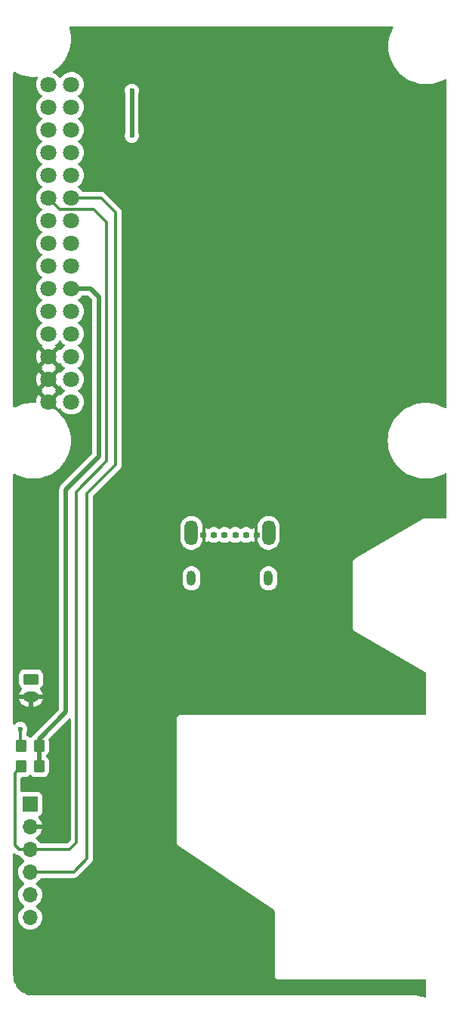
<source format=gbr>
%TF.GenerationSoftware,KiCad,Pcbnew,8.0.5*%
%TF.CreationDate,2024-09-26T19:22:18+05:30*%
%TF.ProjectId,AirOwl_v1,4169724f-776c-45f7-9631-2e6b69636164,rev?*%
%TF.SameCoordinates,Original*%
%TF.FileFunction,Copper,L1,Top*%
%TF.FilePolarity,Positive*%
%FSLAX46Y46*%
G04 Gerber Fmt 4.6, Leading zero omitted, Abs format (unit mm)*
G04 Created by KiCad (PCBNEW 8.0.5) date 2024-09-26 19:22:18*
%MOMM*%
%LPD*%
G01*
G04 APERTURE LIST*
G04 Aperture macros list*
%AMRoundRect*
0 Rectangle with rounded corners*
0 $1 Rounding radius*
0 $2 $3 $4 $5 $6 $7 $8 $9 X,Y pos of 4 corners*
0 Add a 4 corners polygon primitive as box body*
4,1,4,$2,$3,$4,$5,$6,$7,$8,$9,$2,$3,0*
0 Add four circle primitives for the rounded corners*
1,1,$1+$1,$2,$3*
1,1,$1+$1,$4,$5*
1,1,$1+$1,$6,$7*
1,1,$1+$1,$8,$9*
0 Add four rect primitives between the rounded corners*
20,1,$1+$1,$2,$3,$4,$5,0*
20,1,$1+$1,$4,$5,$6,$7,0*
20,1,$1+$1,$6,$7,$8,$9,0*
20,1,$1+$1,$8,$9,$2,$3,0*%
G04 Aperture macros list end*
%TA.AperFunction,SMDPad,CuDef*%
%ADD10RoundRect,0.250000X0.350000X0.450000X-0.350000X0.450000X-0.350000X-0.450000X0.350000X-0.450000X0*%
%TD*%
%TA.AperFunction,ComponentPad*%
%ADD11R,1.700000X1.700000*%
%TD*%
%TA.AperFunction,ComponentPad*%
%ADD12O,1.700000X1.700000*%
%TD*%
%TA.AperFunction,ComponentPad*%
%ADD13O,1.000000X1.700000*%
%TD*%
%TA.AperFunction,ComponentPad*%
%ADD14O,0.750000X0.750000*%
%TD*%
%TA.AperFunction,ComponentPad*%
%ADD15O,1.500000X2.800000*%
%TD*%
%TA.AperFunction,ComponentPad*%
%ADD16C,1.800000*%
%TD*%
%TA.AperFunction,ComponentPad*%
%ADD17RoundRect,0.250000X-0.625000X0.350000X-0.625000X-0.350000X0.625000X-0.350000X0.625000X0.350000X0*%
%TD*%
%TA.AperFunction,ComponentPad*%
%ADD18O,1.750000X1.200000*%
%TD*%
%TA.AperFunction,ViaPad*%
%ADD19C,0.600000*%
%TD*%
%TA.AperFunction,Conductor*%
%ADD20C,0.300000*%
%TD*%
%TA.AperFunction,Conductor*%
%ADD21C,0.500000*%
%TD*%
G04 APERTURE END LIST*
D10*
%TO.P,R2,1*%
%TO.N,+3.3V*%
X66600000Y-117400000D03*
%TO.P,R2,2*%
%TO.N,SCL*%
X64600000Y-117400000D03*
%TD*%
%TO.P,R1,1*%
%TO.N,+3.3V*%
X66600000Y-119700000D03*
%TO.P,R1,2*%
%TO.N,SDA*%
X64600000Y-119700000D03*
%TD*%
D11*
%TO.P,J2,1,Pin_1*%
%TO.N,+5V*%
X65600000Y-123900000D03*
D12*
%TO.P,J2,2,Pin_2*%
%TO.N,GND*%
X65600000Y-126440000D03*
%TO.P,J2,3,Pin_3*%
%TO.N,SDA*%
X65600000Y-128980000D03*
%TO.P,J2,4,Pin_4*%
%TO.N,SCL*%
X65600000Y-131520000D03*
%TO.P,J2,5,Pin_5*%
%TO.N,SEL*%
X65600000Y-134060000D03*
%TO.P,J2,6,Pin_6*%
%TO.N,unconnected-(J2-Pin_6-Pad6)*%
X65600000Y-136600000D03*
%TD*%
D13*
%TO.P,J4,SH1*%
%TO.N,N/C*%
X83680000Y-98630000D03*
%TO.P,J4,SH2*%
X92320000Y-98630000D03*
%TD*%
D14*
%TO.P,J1,A5,CC1*%
%TO.N,unconnected-(J1-CC1-PadA5)*%
X88600000Y-93750000D03*
%TO.P,J1,A9,VBUS*%
%TO.N,Net-(D2-A)*%
X86200000Y-93750000D03*
%TO.P,J1,A12,GND*%
%TO.N,GND*%
X85000000Y-93750000D03*
%TO.P,J1,B5,CC2*%
%TO.N,unconnected-(J1-CC2-PadB5)*%
X87400000Y-93750000D03*
%TO.P,J1,B9,VBUS*%
%TO.N,Net-(D2-A)*%
X89800000Y-93750000D03*
%TO.P,J1,B12,GND*%
%TO.N,GND*%
X91000000Y-93750000D03*
D15*
%TO.P,J1,S1,SHIELD*%
%TO.N,unconnected-(J1-SHIELD-PadS1)*%
X92330000Y-93520000D03*
%TO.P,J1,S2*%
%TO.N,N/C*%
X83670000Y-93520000D03*
%TD*%
D16*
%TO.P,U1,1,GND*%
%TO.N,GND*%
X67680014Y-78849581D03*
%TO.P,U1,2,GND*%
X67680014Y-76309581D03*
%TO.P,U1,3,GND*%
X67680014Y-73769581D03*
%TO.P,U1,4,G37-MOSI*%
%TO.N,unconnected-(U1-G37-MOSI-Pad4)*%
X67680014Y-71229581D03*
%TO.P,U1,5,G37-MISO*%
%TO.N,unconnected-(U1-G37-MISO-Pad5)*%
X67680014Y-68689581D03*
%TO.P,U1,6,G36-SCK*%
%TO.N,unconnected-(U1-G36-SCK-Pad6)*%
X67680014Y-66149581D03*
%TO.P,U1,7,G44-RXD0*%
%TO.N,unconnected-(U1-G44-RXD0-Pad7)*%
X67680014Y-63609581D03*
%TO.P,U1,8,G18-PC_RX*%
%TO.N,unconnected-(U1-G18-PC_RX-Pad8)*%
X67680014Y-61069581D03*
%TO.P,U1,9,G12-intSDA*%
%TO.N,unconnected-(U1-G12-intSDA-Pad9)*%
X67680014Y-58529581D03*
%TO.P,U1,10,G2-PA_SDA*%
%TO.N,SDA*%
X67680014Y-55989581D03*
%TO.P,U1,11,G6*%
%TO.N,unconnected-(U1-G6-Pad11)*%
X67680014Y-53449581D03*
%TO.P,U1,12,G13-I2S_DOUT*%
%TO.N,unconnected-(U1-G13-I2S_DOUT-Pad12)*%
X67680014Y-50909581D03*
%TO.P,U1,13,NC*%
%TO.N,unconnected-(U1-NC-Pad13)*%
X67680014Y-48369581D03*
%TO.P,U1,14,NC*%
%TO.N,unconnected-(U1-NC-Pad14)*%
X67680014Y-45829581D03*
%TO.P,U1,15,NC*%
%TO.N,unconnected-(U1-NC-Pad15)*%
X67680014Y-43289581D03*
%TO.P,U1,16,G10-ADC*%
%TO.N,unconnected-(U1-G10-ADC-Pad16)*%
X70220014Y-78849581D03*
%TO.P,U1,17,G8-PB_IN*%
%TO.N,unconnected-(U1-G8-PB_IN-Pad17)*%
X70220014Y-76309581D03*
%TO.P,U1,18,RST/EN*%
%TO.N,unconnected-(U1-RST{slash}EN-Pad18)*%
X70220014Y-73769581D03*
%TO.P,U1,19,G5-GPIO*%
%TO.N,unconnected-(U1-G5-GPIO-Pad19)*%
X70220014Y-71229581D03*
%TO.P,U1,20,G9-PB_OUT*%
%TO.N,unconnected-(U1-G9-PB_OUT-Pad20)*%
X70220014Y-68689581D03*
%TO.P,U1,21,+3.3V*%
%TO.N,+3.3V*%
X70220014Y-66149581D03*
%TO.P,U1,22,G43-TXD0*%
%TO.N,unconnected-(U1-G43-TXD0-Pad22)*%
X70220014Y-63609581D03*
%TO.P,U1,23,G17-PC_TX*%
%TO.N,unconnected-(U1-G17-PC_TX-Pad23)*%
X70220014Y-61069581D03*
%TO.P,U1,24,G11-intSCL*%
%TO.N,unconnected-(U1-G11-intSCL-Pad24)*%
X70220014Y-58529581D03*
%TO.P,U1,25,G1-PA_SCL*%
%TO.N,SCL*%
X70220014Y-55989581D03*
%TO.P,U1,26,G7-GPIO*%
%TO.N,unconnected-(U1-G7-GPIO-Pad26)*%
X70220014Y-53449581D03*
%TO.P,U1,27,G0-I2S_LRCLK*%
%TO.N,unconnected-(U1-G0-I2S_LRCLK-Pad27)*%
X70220014Y-50909581D03*
%TO.P,U1,28,G14-I2S_DIN*%
%TO.N,unconnected-(U1-G14-I2S_DIN-Pad28)*%
X70220014Y-48369581D03*
%TO.P,U1,29,5V*%
%TO.N,+5V*%
X70220014Y-45829581D03*
%TO.P,U1,30,BAT*%
%TO.N,+BATT*%
X70220014Y-43289581D03*
%TD*%
D17*
%TO.P,J3,1,Pin_1*%
%TO.N,+BATT*%
X65700000Y-109900000D03*
D18*
%TO.P,J3,2,Pin_2*%
%TO.N,GND*%
X65700000Y-111900000D03*
%TD*%
D19*
%TO.N,GND*%
X68200000Y-112400000D03*
X66400000Y-104000000D03*
X68900000Y-121900000D03*
%TO.N,SCL*%
X64500000Y-115500000D03*
%TO.N,+BATT*%
X77000000Y-44000000D03*
X77000000Y-49000000D03*
%TD*%
D20*
%TO.N,SDA*%
X68930014Y-57239581D02*
X67680014Y-55989581D01*
X72689581Y-57239581D02*
X68930014Y-57239581D01*
X70800000Y-88900000D02*
X74200000Y-85500000D01*
X74200000Y-85500000D02*
X74200000Y-58750000D01*
X74200000Y-58750000D02*
X72689581Y-57239581D01*
X70020000Y-128980000D02*
X70800000Y-128200000D01*
X65600000Y-128980000D02*
X70020000Y-128980000D01*
X70800000Y-128200000D02*
X70800000Y-88900000D01*
%TO.N,SCL*%
X75200000Y-57600000D02*
X73589581Y-55989581D01*
X73589581Y-55989581D02*
X70220014Y-55989581D01*
X75200000Y-61300000D02*
X75200000Y-57600000D01*
X72000000Y-89100000D02*
X75200000Y-85900000D01*
X70480000Y-131520000D02*
X72000000Y-130000000D01*
X65600000Y-131520000D02*
X70480000Y-131520000D01*
X72000000Y-130000000D02*
X72000000Y-89100000D01*
X75200000Y-85900000D02*
X75200000Y-61300000D01*
X64500000Y-117300000D02*
X64600000Y-117400000D01*
X64500000Y-115500000D02*
X64500000Y-117300000D01*
%TO.N,SDA*%
X63900000Y-120400000D02*
X64600000Y-119700000D01*
X64380000Y-128980000D02*
X63900000Y-128500000D01*
X63900000Y-128500000D02*
X63900000Y-120400000D01*
X65600000Y-128980000D02*
X64380000Y-128980000D01*
D21*
%TO.N,+BATT*%
X77000000Y-49000000D02*
X77000000Y-44000000D01*
%TO.N,+3.3V*%
X73300000Y-67100000D02*
X72349581Y-66149581D01*
X66600000Y-117400000D02*
X66600000Y-116600000D01*
X66600000Y-119700000D02*
X66600000Y-117400000D01*
X69600000Y-88700000D02*
X73300000Y-85000000D01*
X66600000Y-116600000D02*
X69600000Y-113600000D01*
X72349581Y-66149581D02*
X70220014Y-66149581D01*
X69600000Y-113600000D02*
X69600000Y-88700000D01*
X73300000Y-85000000D02*
X73300000Y-67100000D01*
%TD*%
%TA.AperFunction,Conductor*%
%TO.N,GND*%
G36*
X106246270Y-36789779D02*
G01*
X106292025Y-36842583D01*
X106301969Y-36911741D01*
X106286618Y-36956094D01*
X106228991Y-37055906D01*
X106228989Y-37055910D01*
X106061275Y-37423152D01*
X106061262Y-37423185D01*
X105929219Y-37804697D01*
X105929216Y-37804708D01*
X105834029Y-38197073D01*
X105776570Y-38596706D01*
X105757359Y-39000000D01*
X105776570Y-39403293D01*
X105834029Y-39802926D01*
X105929216Y-40195291D01*
X105929219Y-40195302D01*
X106061262Y-40576814D01*
X106061275Y-40576847D01*
X106228989Y-40944089D01*
X106228991Y-40944093D01*
X106430866Y-41293750D01*
X106430872Y-41293759D01*
X106665058Y-41622626D01*
X106665059Y-41622627D01*
X106929456Y-41927758D01*
X107221661Y-42206374D01*
X107539027Y-42455953D01*
X107878680Y-42674235D01*
X108237543Y-42859242D01*
X108612368Y-43009299D01*
X108999759Y-43123048D01*
X109396209Y-43199457D01*
X109798127Y-43237836D01*
X109798133Y-43237836D01*
X110201867Y-43237836D01*
X110201873Y-43237836D01*
X110603791Y-43199457D01*
X111000241Y-43123048D01*
X111387632Y-43009299D01*
X111762457Y-42859242D01*
X112118681Y-42675595D01*
X112187287Y-42662373D01*
X112252152Y-42688341D01*
X112292680Y-42745256D01*
X112299500Y-42785812D01*
X112299500Y-79453965D01*
X112279815Y-79521004D01*
X112227011Y-79566759D01*
X112157853Y-79576703D01*
X112108462Y-79558281D01*
X112050537Y-79521055D01*
X111691673Y-79336048D01*
X111691667Y-79336045D01*
X111691664Y-79336044D01*
X111316852Y-79185992D01*
X110929462Y-79072243D01*
X110929445Y-79072239D01*
X110533022Y-78995835D01*
X110533010Y-78995833D01*
X110399034Y-78983040D01*
X110131089Y-78957454D01*
X109727343Y-78957454D01*
X109486192Y-78980481D01*
X109325421Y-78995833D01*
X109325409Y-78995835D01*
X108928986Y-79072239D01*
X108928969Y-79072243D01*
X108541579Y-79185992D01*
X108166767Y-79336044D01*
X108166763Y-79336046D01*
X107807899Y-79521053D01*
X107468254Y-79739329D01*
X107468247Y-79739334D01*
X107468243Y-79739337D01*
X107284932Y-79883494D01*
X107150878Y-79988915D01*
X107150876Y-79988916D01*
X106858675Y-80267529D01*
X106858673Y-80267531D01*
X106594274Y-80572663D01*
X106360088Y-80901530D01*
X106360082Y-80901539D01*
X106158207Y-81251196D01*
X106158205Y-81251200D01*
X105990491Y-81618442D01*
X105990478Y-81618475D01*
X105858435Y-81999987D01*
X105858432Y-81999998D01*
X105763245Y-82392363D01*
X105705786Y-82791996D01*
X105686575Y-83195290D01*
X105705786Y-83598583D01*
X105763245Y-83998216D01*
X105858432Y-84390581D01*
X105858435Y-84390592D01*
X105990478Y-84772104D01*
X105990491Y-84772137D01*
X106158205Y-85139379D01*
X106158207Y-85139383D01*
X106360082Y-85489040D01*
X106360088Y-85489049D01*
X106594274Y-85817916D01*
X106594275Y-85817917D01*
X106858672Y-86123048D01*
X107150877Y-86401664D01*
X107468243Y-86651243D01*
X107807896Y-86869525D01*
X108166759Y-87054532D01*
X108541584Y-87204589D01*
X108928975Y-87318338D01*
X109325425Y-87394747D01*
X109727343Y-87433126D01*
X109727349Y-87433126D01*
X110131083Y-87433126D01*
X110131089Y-87433126D01*
X110533007Y-87394747D01*
X110929457Y-87318338D01*
X111316848Y-87204589D01*
X111691673Y-87054532D01*
X112050537Y-86869525D01*
X112108460Y-86832300D01*
X112175499Y-86812615D01*
X112242539Y-86832299D01*
X112288294Y-86885103D01*
X112299500Y-86936615D01*
X112299500Y-91775500D01*
X112279815Y-91842539D01*
X112227011Y-91888294D01*
X112175500Y-91899500D01*
X109868976Y-91899500D01*
X109741682Y-91933608D01*
X109741679Y-91933609D01*
X105036709Y-94650025D01*
X102056814Y-96370468D01*
X102028040Y-96387081D01*
X102028039Y-96387082D01*
X101942689Y-96436359D01*
X101942683Y-96436363D01*
X101849502Y-96529544D01*
X101849500Y-96529547D01*
X101783608Y-96643673D01*
X101749500Y-96770969D01*
X101749500Y-104202752D01*
X101783608Y-104330048D01*
X101816554Y-104387111D01*
X101849500Y-104444175D01*
X101942686Y-104537361D01*
X109937500Y-109153168D01*
X109985716Y-109203735D01*
X109999500Y-109260555D01*
X109999500Y-113775500D01*
X109979815Y-113842539D01*
X109927011Y-113888294D01*
X109875500Y-113899500D01*
X82434108Y-113899500D01*
X82306812Y-113933608D01*
X82192686Y-113999500D01*
X82192683Y-113999502D01*
X82099502Y-114092683D01*
X82099500Y-114092686D01*
X82033608Y-114206812D01*
X81999500Y-114334108D01*
X81999500Y-128128190D01*
X81999198Y-128136839D01*
X81996122Y-128180816D01*
X81997222Y-128186471D01*
X81999500Y-128210130D01*
X81999500Y-128215895D01*
X82010906Y-128258462D01*
X82012852Y-128266893D01*
X82021266Y-128310179D01*
X82023792Y-128315357D01*
X82032116Y-128337621D01*
X82033605Y-128343180D01*
X82033607Y-128343185D01*
X82033608Y-128343186D01*
X82055654Y-128381372D01*
X82059709Y-128388998D01*
X82079037Y-128428627D01*
X82082817Y-128432975D01*
X82096618Y-128452324D01*
X82099495Y-128457307D01*
X82099501Y-128457315D01*
X82130663Y-128488477D01*
X82136565Y-128494805D01*
X82165497Y-128528087D01*
X82170274Y-128531309D01*
X82188615Y-128546429D01*
X82192686Y-128550500D01*
X82230862Y-128572541D01*
X82238193Y-128577121D01*
X92944840Y-135798845D01*
X92989411Y-135852653D01*
X92999500Y-135901646D01*
X92999500Y-143135485D01*
X93033608Y-143262781D01*
X93066554Y-143319844D01*
X93099500Y-143376908D01*
X93192686Y-143470094D01*
X93306814Y-143535986D01*
X93434108Y-143570094D01*
X109875500Y-143570094D01*
X109942539Y-143589779D01*
X109988294Y-143642583D01*
X109999500Y-143694094D01*
X109999500Y-145440924D01*
X109979815Y-145507963D01*
X109927011Y-145553718D01*
X109863136Y-145564306D01*
X109624822Y-145540424D01*
X109611724Y-145538400D01*
X109363254Y-145486269D01*
X109350451Y-145482859D01*
X109221206Y-145440924D01*
X109142964Y-145415537D01*
X109119241Y-145404981D01*
X109116164Y-145403205D01*
X109116151Y-145403199D01*
X109084331Y-145394673D01*
X109071911Y-145390633D01*
X109054629Y-145383985D01*
X109041157Y-145378804D01*
X109041155Y-145378803D01*
X109041146Y-145378801D01*
X109024282Y-145377017D01*
X109005246Y-145373482D01*
X108988870Y-145369095D01*
X108988865Y-145369094D01*
X108988864Y-145369094D01*
X108988862Y-145369094D01*
X108955921Y-145369094D01*
X108942875Y-145368406D01*
X108910104Y-145364938D01*
X108893348Y-145367581D01*
X108874035Y-145369094D01*
X66003751Y-145369094D01*
X65996264Y-145368868D01*
X65730311Y-145352780D01*
X65715447Y-145350975D01*
X65457070Y-145303626D01*
X65442531Y-145300042D01*
X65191745Y-145221894D01*
X65177755Y-145216589D01*
X64938198Y-145108772D01*
X64924962Y-145101825D01*
X64700152Y-144965923D01*
X64687832Y-144957419D01*
X64481053Y-144795417D01*
X64469845Y-144785487D01*
X64284108Y-144599751D01*
X64274178Y-144588543D01*
X64112178Y-144381763D01*
X64103672Y-144369440D01*
X63967779Y-144144645D01*
X63960821Y-144131386D01*
X63853010Y-143891841D01*
X63847700Y-143877840D01*
X63769556Y-143627065D01*
X63765972Y-143612526D01*
X63761223Y-143586613D01*
X63718622Y-143354144D01*
X63716818Y-143339284D01*
X63710968Y-143242565D01*
X63700725Y-143073223D01*
X63700500Y-143065754D01*
X63700500Y-129519808D01*
X63720185Y-129452769D01*
X63772989Y-129407014D01*
X63842147Y-129397070D01*
X63905703Y-129426095D01*
X63912182Y-129432128D01*
X63965325Y-129485272D01*
X63965331Y-129485277D01*
X64071874Y-129556466D01*
X64141221Y-129585189D01*
X64190256Y-129605501D01*
X64190259Y-129605501D01*
X64190260Y-129605502D01*
X64315928Y-129630500D01*
X64315931Y-129630500D01*
X64315932Y-129630500D01*
X64342278Y-129630500D01*
X64409317Y-129650185D01*
X64443853Y-129683377D01*
X64561501Y-129851396D01*
X64561506Y-129851402D01*
X64728597Y-130018493D01*
X64728603Y-130018498D01*
X64914158Y-130148425D01*
X64957783Y-130203002D01*
X64964977Y-130272500D01*
X64933454Y-130334855D01*
X64914158Y-130351575D01*
X64728597Y-130481505D01*
X64561505Y-130648597D01*
X64425965Y-130842169D01*
X64425964Y-130842171D01*
X64326098Y-131056335D01*
X64326094Y-131056344D01*
X64264938Y-131284586D01*
X64264936Y-131284596D01*
X64244341Y-131519999D01*
X64244341Y-131520000D01*
X64264936Y-131755403D01*
X64264938Y-131755413D01*
X64326094Y-131983655D01*
X64326096Y-131983659D01*
X64326097Y-131983663D01*
X64345502Y-132025277D01*
X64425965Y-132197830D01*
X64425967Y-132197834D01*
X64443853Y-132223377D01*
X64561501Y-132391396D01*
X64561506Y-132391402D01*
X64728597Y-132558493D01*
X64728603Y-132558498D01*
X64914158Y-132688425D01*
X64957783Y-132743002D01*
X64964977Y-132812500D01*
X64933454Y-132874855D01*
X64914158Y-132891575D01*
X64728597Y-133021505D01*
X64561505Y-133188597D01*
X64425965Y-133382169D01*
X64425964Y-133382171D01*
X64326098Y-133596335D01*
X64326094Y-133596344D01*
X64264938Y-133824586D01*
X64264936Y-133824596D01*
X64244341Y-134059999D01*
X64244341Y-134060000D01*
X64264936Y-134295403D01*
X64264938Y-134295413D01*
X64326094Y-134523655D01*
X64326096Y-134523659D01*
X64326097Y-134523663D01*
X64425965Y-134737830D01*
X64425967Y-134737834D01*
X64561501Y-134931395D01*
X64561506Y-134931402D01*
X64728597Y-135098493D01*
X64728603Y-135098498D01*
X64914158Y-135228425D01*
X64957783Y-135283002D01*
X64964977Y-135352500D01*
X64933454Y-135414855D01*
X64914158Y-135431575D01*
X64728597Y-135561505D01*
X64561505Y-135728597D01*
X64425965Y-135922169D01*
X64425964Y-135922171D01*
X64326098Y-136136335D01*
X64326094Y-136136344D01*
X64264938Y-136364586D01*
X64264936Y-136364596D01*
X64244341Y-136599999D01*
X64244341Y-136600000D01*
X64264936Y-136835403D01*
X64264938Y-136835413D01*
X64326094Y-137063655D01*
X64326096Y-137063659D01*
X64326097Y-137063663D01*
X64425965Y-137277830D01*
X64425967Y-137277834D01*
X64534281Y-137432521D01*
X64561505Y-137471401D01*
X64728599Y-137638495D01*
X64825384Y-137706265D01*
X64922165Y-137774032D01*
X64922167Y-137774033D01*
X64922170Y-137774035D01*
X65136337Y-137873903D01*
X65364592Y-137935063D01*
X65552918Y-137951539D01*
X65599999Y-137955659D01*
X65600000Y-137955659D01*
X65600001Y-137955659D01*
X65639234Y-137952226D01*
X65835408Y-137935063D01*
X66063663Y-137873903D01*
X66277830Y-137774035D01*
X66471401Y-137638495D01*
X66638495Y-137471401D01*
X66774035Y-137277830D01*
X66873903Y-137063663D01*
X66935063Y-136835408D01*
X66955659Y-136600000D01*
X66935063Y-136364592D01*
X66873903Y-136136337D01*
X66774035Y-135922171D01*
X66759664Y-135901646D01*
X66638494Y-135728597D01*
X66471402Y-135561506D01*
X66471396Y-135561501D01*
X66285842Y-135431575D01*
X66242217Y-135376998D01*
X66235023Y-135307500D01*
X66266546Y-135245145D01*
X66285842Y-135228425D01*
X66405149Y-135144885D01*
X66471401Y-135098495D01*
X66638495Y-134931401D01*
X66774035Y-134737830D01*
X66873903Y-134523663D01*
X66935063Y-134295408D01*
X66955659Y-134060000D01*
X66935063Y-133824592D01*
X66873903Y-133596337D01*
X66774035Y-133382171D01*
X66638495Y-133188599D01*
X66638494Y-133188597D01*
X66471402Y-133021506D01*
X66471396Y-133021501D01*
X66285842Y-132891575D01*
X66242217Y-132836998D01*
X66235023Y-132767500D01*
X66266546Y-132705145D01*
X66285842Y-132688425D01*
X66308026Y-132672891D01*
X66471401Y-132558495D01*
X66638495Y-132391401D01*
X66756147Y-132223377D01*
X66810724Y-132179752D01*
X66857722Y-132170500D01*
X70544071Y-132170500D01*
X70628615Y-132153682D01*
X70669744Y-132145501D01*
X70788127Y-132096465D01*
X70894669Y-132025277D01*
X72505277Y-130414669D01*
X72576466Y-130308126D01*
X72625501Y-130189743D01*
X72650500Y-130064069D01*
X72650500Y-129935931D01*
X72650500Y-99078543D01*
X82679499Y-99078543D01*
X82717947Y-99271829D01*
X82717950Y-99271839D01*
X82793364Y-99453907D01*
X82793371Y-99453920D01*
X82902860Y-99617781D01*
X82902863Y-99617785D01*
X83042214Y-99757136D01*
X83042218Y-99757139D01*
X83206079Y-99866628D01*
X83206092Y-99866635D01*
X83388160Y-99942049D01*
X83388165Y-99942051D01*
X83388169Y-99942051D01*
X83388170Y-99942052D01*
X83581456Y-99980500D01*
X83581459Y-99980500D01*
X83778543Y-99980500D01*
X83908582Y-99954632D01*
X83971835Y-99942051D01*
X84153914Y-99866632D01*
X84317782Y-99757139D01*
X84457139Y-99617782D01*
X84566632Y-99453914D01*
X84642051Y-99271835D01*
X84680500Y-99078543D01*
X91319499Y-99078543D01*
X91357947Y-99271829D01*
X91357950Y-99271839D01*
X91433364Y-99453907D01*
X91433371Y-99453920D01*
X91542860Y-99617781D01*
X91542863Y-99617785D01*
X91682214Y-99757136D01*
X91682218Y-99757139D01*
X91846079Y-99866628D01*
X91846092Y-99866635D01*
X92028160Y-99942049D01*
X92028165Y-99942051D01*
X92028169Y-99942051D01*
X92028170Y-99942052D01*
X92221456Y-99980500D01*
X92221459Y-99980500D01*
X92418543Y-99980500D01*
X92548582Y-99954632D01*
X92611835Y-99942051D01*
X92793914Y-99866632D01*
X92957782Y-99757139D01*
X93097139Y-99617782D01*
X93206632Y-99453914D01*
X93282051Y-99271835D01*
X93320500Y-99078541D01*
X93320500Y-98181459D01*
X93320500Y-98181456D01*
X93282052Y-97988170D01*
X93282051Y-97988169D01*
X93282051Y-97988165D01*
X93282049Y-97988160D01*
X93206635Y-97806092D01*
X93206628Y-97806079D01*
X93097139Y-97642218D01*
X93097136Y-97642214D01*
X92957785Y-97502863D01*
X92957781Y-97502860D01*
X92793920Y-97393371D01*
X92793907Y-97393364D01*
X92611839Y-97317950D01*
X92611829Y-97317947D01*
X92418543Y-97279500D01*
X92418541Y-97279500D01*
X92221459Y-97279500D01*
X92221457Y-97279500D01*
X92028170Y-97317947D01*
X92028160Y-97317950D01*
X91846092Y-97393364D01*
X91846079Y-97393371D01*
X91682218Y-97502860D01*
X91682214Y-97502863D01*
X91542863Y-97642214D01*
X91542860Y-97642218D01*
X91433371Y-97806079D01*
X91433364Y-97806092D01*
X91357950Y-97988160D01*
X91357947Y-97988170D01*
X91319500Y-98181456D01*
X91319500Y-98181459D01*
X91319500Y-99078541D01*
X91319500Y-99078543D01*
X91319499Y-99078543D01*
X84680500Y-99078543D01*
X84680500Y-99078541D01*
X84680500Y-98181459D01*
X84680500Y-98181456D01*
X84642052Y-97988170D01*
X84642051Y-97988169D01*
X84642051Y-97988165D01*
X84642049Y-97988160D01*
X84566635Y-97806092D01*
X84566628Y-97806079D01*
X84457139Y-97642218D01*
X84457136Y-97642214D01*
X84317785Y-97502863D01*
X84317781Y-97502860D01*
X84153920Y-97393371D01*
X84153907Y-97393364D01*
X83971839Y-97317950D01*
X83971829Y-97317947D01*
X83778543Y-97279500D01*
X83778541Y-97279500D01*
X83581459Y-97279500D01*
X83581457Y-97279500D01*
X83388170Y-97317947D01*
X83388160Y-97317950D01*
X83206092Y-97393364D01*
X83206079Y-97393371D01*
X83042218Y-97502860D01*
X83042214Y-97502863D01*
X82902863Y-97642214D01*
X82902860Y-97642218D01*
X82793371Y-97806079D01*
X82793364Y-97806092D01*
X82717950Y-97988160D01*
X82717947Y-97988170D01*
X82679500Y-98181456D01*
X82679500Y-98181459D01*
X82679500Y-99078541D01*
X82679500Y-99078543D01*
X82679499Y-99078543D01*
X72650500Y-99078543D01*
X72650500Y-92771577D01*
X82419500Y-92771577D01*
X82419500Y-94268422D01*
X82450290Y-94462826D01*
X82511117Y-94650029D01*
X82600476Y-94825405D01*
X82716172Y-94984646D01*
X82855354Y-95123828D01*
X83014595Y-95239524D01*
X83097455Y-95281743D01*
X83189970Y-95328882D01*
X83189972Y-95328882D01*
X83189975Y-95328884D01*
X83290317Y-95361487D01*
X83377173Y-95389709D01*
X83571578Y-95420500D01*
X83571583Y-95420500D01*
X83768422Y-95420500D01*
X83962826Y-95389709D01*
X84150025Y-95328884D01*
X84325405Y-95239524D01*
X84484646Y-95123828D01*
X84623828Y-94984646D01*
X84739524Y-94825405D01*
X84828884Y-94650025D01*
X84889709Y-94462826D01*
X84891915Y-94448897D01*
X84920500Y-94268422D01*
X84920500Y-93960608D01*
X84955245Y-93975000D01*
X85044755Y-93975000D01*
X85127452Y-93940746D01*
X85190746Y-93877452D01*
X85225000Y-93794755D01*
X85225000Y-93705245D01*
X85190746Y-93622548D01*
X85127452Y-93559254D01*
X85044755Y-93525000D01*
X84955245Y-93525000D01*
X84920500Y-93539391D01*
X84920500Y-92908589D01*
X85250000Y-92908589D01*
X85250000Y-94591409D01*
X85271876Y-94586759D01*
X85271878Y-94586759D01*
X85439909Y-94511946D01*
X85526689Y-94448897D01*
X85592496Y-94425417D01*
X85660550Y-94441242D01*
X85672460Y-94448897D01*
X85759834Y-94512378D01*
X85759835Y-94512378D01*
X85759839Y-94512381D01*
X85896953Y-94573428D01*
X85927961Y-94587234D01*
X85927966Y-94587236D01*
X86107981Y-94625500D01*
X86292019Y-94625500D01*
X86472034Y-94587236D01*
X86640161Y-94512381D01*
X86708368Y-94462826D01*
X86727115Y-94449206D01*
X86792921Y-94425726D01*
X86860975Y-94441552D01*
X86872885Y-94449206D01*
X86959834Y-94512378D01*
X86959835Y-94512378D01*
X86959839Y-94512381D01*
X87096953Y-94573428D01*
X87127961Y-94587234D01*
X87127966Y-94587236D01*
X87307981Y-94625500D01*
X87492019Y-94625500D01*
X87672034Y-94587236D01*
X87840161Y-94512381D01*
X87908368Y-94462826D01*
X87927115Y-94449206D01*
X87992921Y-94425726D01*
X88060975Y-94441552D01*
X88072885Y-94449206D01*
X88159834Y-94512378D01*
X88159835Y-94512378D01*
X88159839Y-94512381D01*
X88296953Y-94573428D01*
X88327961Y-94587234D01*
X88327966Y-94587236D01*
X88507981Y-94625500D01*
X88692019Y-94625500D01*
X88872034Y-94587236D01*
X89040161Y-94512381D01*
X89108368Y-94462826D01*
X89127115Y-94449206D01*
X89192921Y-94425726D01*
X89260975Y-94441552D01*
X89272885Y-94449206D01*
X89359834Y-94512378D01*
X89359835Y-94512378D01*
X89359839Y-94512381D01*
X89496953Y-94573428D01*
X89527961Y-94587234D01*
X89527966Y-94587236D01*
X89707981Y-94625500D01*
X89892019Y-94625500D01*
X90072034Y-94587236D01*
X90240161Y-94512381D01*
X90327540Y-94448896D01*
X90393344Y-94425417D01*
X90461398Y-94441242D01*
X90473309Y-94448897D01*
X90560085Y-94511943D01*
X90560090Y-94511946D01*
X90728122Y-94586759D01*
X90749999Y-94591409D01*
X90750000Y-94591409D01*
X90750000Y-93705245D01*
X90775000Y-93705245D01*
X90775000Y-93794755D01*
X90809254Y-93877452D01*
X90872548Y-93940746D01*
X90955245Y-93975000D01*
X91044755Y-93975000D01*
X91079500Y-93960608D01*
X91079500Y-94268422D01*
X91110290Y-94462826D01*
X91171117Y-94650029D01*
X91260476Y-94825405D01*
X91376172Y-94984646D01*
X91515354Y-95123828D01*
X91674595Y-95239524D01*
X91757455Y-95281743D01*
X91849970Y-95328882D01*
X91849972Y-95328882D01*
X91849975Y-95328884D01*
X91950317Y-95361487D01*
X92037173Y-95389709D01*
X92231578Y-95420500D01*
X92231583Y-95420500D01*
X92428422Y-95420500D01*
X92622826Y-95389709D01*
X92810025Y-95328884D01*
X92985405Y-95239524D01*
X93144646Y-95123828D01*
X93283828Y-94984646D01*
X93399524Y-94825405D01*
X93488884Y-94650025D01*
X93549709Y-94462826D01*
X93551915Y-94448897D01*
X93580500Y-94268422D01*
X93580500Y-92771577D01*
X93549709Y-92577173D01*
X93488882Y-92389970D01*
X93399523Y-92214594D01*
X93283828Y-92055354D01*
X93144646Y-91916172D01*
X92985405Y-91800476D01*
X92936387Y-91775500D01*
X92810029Y-91711117D01*
X92622826Y-91650290D01*
X92428422Y-91619500D01*
X92428417Y-91619500D01*
X92231583Y-91619500D01*
X92231578Y-91619500D01*
X92037173Y-91650290D01*
X91849970Y-91711117D01*
X91674594Y-91800476D01*
X91583741Y-91866485D01*
X91515354Y-91916172D01*
X91515352Y-91916174D01*
X91515351Y-91916174D01*
X91376174Y-92055351D01*
X91376174Y-92055352D01*
X91376172Y-92055354D01*
X91326485Y-92123741D01*
X91260476Y-92214594D01*
X91171117Y-92389970D01*
X91110290Y-92577173D01*
X91079500Y-92771577D01*
X91079500Y-93539391D01*
X91044755Y-93525000D01*
X90955245Y-93525000D01*
X90872548Y-93559254D01*
X90809254Y-93622548D01*
X90775000Y-93705245D01*
X90750000Y-93705245D01*
X90750000Y-92908589D01*
X90728122Y-92913240D01*
X90560090Y-92988054D01*
X90560085Y-92988056D01*
X90473309Y-93051103D01*
X90407503Y-93074583D01*
X90339449Y-93058757D01*
X90327549Y-93051110D01*
X90258845Y-93001194D01*
X90240160Y-92987618D01*
X90072038Y-92912765D01*
X90072033Y-92912763D01*
X89892019Y-92874500D01*
X89707981Y-92874500D01*
X89527966Y-92912763D01*
X89527961Y-92912765D01*
X89359839Y-92987618D01*
X89272885Y-93050794D01*
X89207078Y-93074273D01*
X89139024Y-93058447D01*
X89127115Y-93050794D01*
X89040160Y-92987618D01*
X88872038Y-92912765D01*
X88872033Y-92912763D01*
X88692019Y-92874500D01*
X88507981Y-92874500D01*
X88327966Y-92912763D01*
X88327961Y-92912765D01*
X88159839Y-92987618D01*
X88072885Y-93050794D01*
X88007078Y-93074273D01*
X87939024Y-93058447D01*
X87927115Y-93050794D01*
X87840160Y-92987618D01*
X87672038Y-92912765D01*
X87672033Y-92912763D01*
X87492019Y-92874500D01*
X87307981Y-92874500D01*
X87127966Y-92912763D01*
X87127961Y-92912765D01*
X86959839Y-92987618D01*
X86872885Y-93050794D01*
X86807078Y-93074273D01*
X86739024Y-93058447D01*
X86727115Y-93050794D01*
X86640160Y-92987618D01*
X86472038Y-92912765D01*
X86472033Y-92912763D01*
X86292019Y-92874500D01*
X86107981Y-92874500D01*
X85927966Y-92912763D01*
X85927961Y-92912765D01*
X85759840Y-92987618D01*
X85672460Y-93051103D01*
X85606653Y-93074582D01*
X85538599Y-93058756D01*
X85526690Y-93051103D01*
X85439908Y-92988053D01*
X85271877Y-92913240D01*
X85271878Y-92913240D01*
X85250000Y-92908589D01*
X84920500Y-92908589D01*
X84920500Y-92771577D01*
X84889709Y-92577173D01*
X84828882Y-92389970D01*
X84739523Y-92214594D01*
X84623828Y-92055354D01*
X84484646Y-91916172D01*
X84325405Y-91800476D01*
X84276387Y-91775500D01*
X84150029Y-91711117D01*
X83962826Y-91650290D01*
X83768422Y-91619500D01*
X83768417Y-91619500D01*
X83571583Y-91619500D01*
X83571578Y-91619500D01*
X83377173Y-91650290D01*
X83189970Y-91711117D01*
X83014594Y-91800476D01*
X82923741Y-91866485D01*
X82855354Y-91916172D01*
X82855352Y-91916174D01*
X82855351Y-91916174D01*
X82716174Y-92055351D01*
X82716174Y-92055352D01*
X82716172Y-92055354D01*
X82666485Y-92123741D01*
X82600476Y-92214594D01*
X82511117Y-92389970D01*
X82450290Y-92577173D01*
X82419500Y-92771577D01*
X72650500Y-92771577D01*
X72650500Y-89420808D01*
X72670185Y-89353769D01*
X72686819Y-89333127D01*
X75705271Y-86314675D01*
X75705276Y-86314670D01*
X75776465Y-86208127D01*
X75825501Y-86089744D01*
X75842303Y-86005276D01*
X75850500Y-85964069D01*
X75850500Y-61235931D01*
X75850500Y-57535931D01*
X75850500Y-57535928D01*
X75825502Y-57410261D01*
X75825501Y-57410260D01*
X75825501Y-57410256D01*
X75776465Y-57291873D01*
X75776464Y-57291870D01*
X75705277Y-57185331D01*
X75705271Y-57185324D01*
X74004254Y-55484307D01*
X74004250Y-55484304D01*
X73897708Y-55413116D01*
X73779325Y-55364080D01*
X73779319Y-55364078D01*
X73653652Y-55339081D01*
X73653650Y-55339081D01*
X71535031Y-55339081D01*
X71467992Y-55319396D01*
X71431222Y-55282902D01*
X71421994Y-55268778D01*
X71386205Y-55213997D01*
X71328997Y-55126433D01*
X71328994Y-55126430D01*
X71328993Y-55126428D01*
X71171798Y-54955668D01*
X70994194Y-54817434D01*
X70953382Y-54760724D01*
X70949707Y-54690951D01*
X70984338Y-54630268D01*
X70994195Y-54621727D01*
X71171798Y-54483494D01*
X71328993Y-54312734D01*
X71455938Y-54118430D01*
X71549171Y-53905881D01*
X71606148Y-53680886D01*
X71625314Y-53449581D01*
X71625314Y-53449574D01*
X71606149Y-53218283D01*
X71606147Y-53218272D01*
X71549171Y-52993280D01*
X71455938Y-52780732D01*
X71328997Y-52586433D01*
X71328994Y-52586430D01*
X71328993Y-52586428D01*
X71171798Y-52415668D01*
X70994194Y-52277434D01*
X70953382Y-52220724D01*
X70949707Y-52150951D01*
X70984338Y-52090268D01*
X70994195Y-52081727D01*
X71171798Y-51943494D01*
X71328993Y-51772734D01*
X71455938Y-51578430D01*
X71549171Y-51365881D01*
X71606148Y-51140886D01*
X71625314Y-50909581D01*
X71625314Y-50909574D01*
X71606149Y-50678283D01*
X71606147Y-50678272D01*
X71549171Y-50453280D01*
X71455938Y-50240732D01*
X71328997Y-50046433D01*
X71328994Y-50046430D01*
X71328993Y-50046428D01*
X71171798Y-49875668D01*
X70994194Y-49737434D01*
X70953382Y-49680724D01*
X70949707Y-49610951D01*
X70984338Y-49550268D01*
X70994195Y-49541727D01*
X71171798Y-49403494D01*
X71328993Y-49232734D01*
X71455938Y-49038430D01*
X71549171Y-48825881D01*
X71606148Y-48600886D01*
X71625314Y-48369581D01*
X71625314Y-48369574D01*
X71606149Y-48138283D01*
X71606147Y-48138272D01*
X71549171Y-47913280D01*
X71455938Y-47700732D01*
X71328997Y-47506433D01*
X71328994Y-47506430D01*
X71328993Y-47506428D01*
X71171798Y-47335668D01*
X70994194Y-47197434D01*
X70953382Y-47140724D01*
X70949707Y-47070951D01*
X70984338Y-47010268D01*
X70994195Y-47001727D01*
X71171798Y-46863494D01*
X71328993Y-46692734D01*
X71455938Y-46498430D01*
X71549171Y-46285881D01*
X71606148Y-46060886D01*
X71625314Y-45829581D01*
X71625314Y-45829574D01*
X71606149Y-45598283D01*
X71606147Y-45598272D01*
X71549171Y-45373280D01*
X71455938Y-45160732D01*
X71328997Y-44966433D01*
X71328994Y-44966430D01*
X71328993Y-44966428D01*
X71171798Y-44795668D01*
X70994194Y-44657434D01*
X70953382Y-44600724D01*
X70949707Y-44530951D01*
X70984338Y-44470268D01*
X70994195Y-44461727D01*
X71171798Y-44323494D01*
X71328993Y-44152734D01*
X71428782Y-43999996D01*
X76194435Y-43999996D01*
X76194435Y-44000003D01*
X76214630Y-44179249D01*
X76214631Y-44179254D01*
X76242542Y-44259017D01*
X76249500Y-44299972D01*
X76249500Y-48700028D01*
X76242542Y-48740982D01*
X76214631Y-48820747D01*
X76194435Y-48999996D01*
X76194435Y-49000003D01*
X76214630Y-49179249D01*
X76214631Y-49179254D01*
X76274211Y-49349523D01*
X76308125Y-49403496D01*
X76370184Y-49502262D01*
X76497738Y-49629816D01*
X76650478Y-49725789D01*
X76820745Y-49785368D01*
X76820750Y-49785369D01*
X76999996Y-49805565D01*
X77000000Y-49805565D01*
X77000004Y-49805565D01*
X77179249Y-49785369D01*
X77179252Y-49785368D01*
X77179255Y-49785368D01*
X77349522Y-49725789D01*
X77502262Y-49629816D01*
X77629816Y-49502262D01*
X77725789Y-49349522D01*
X77785368Y-49179255D01*
X77789209Y-49145164D01*
X77805565Y-49000003D01*
X77805565Y-48999996D01*
X77792100Y-48880496D01*
X77785368Y-48820745D01*
X77757458Y-48740982D01*
X77750500Y-48700028D01*
X77750500Y-44299972D01*
X77757458Y-44259017D01*
X77785368Y-44179254D01*
X77785369Y-44179249D01*
X77805565Y-44000003D01*
X77805565Y-43999996D01*
X77785369Y-43820750D01*
X77785368Y-43820745D01*
X77725788Y-43650476D01*
X77686582Y-43588080D01*
X77629816Y-43497738D01*
X77502262Y-43370184D01*
X77349523Y-43274211D01*
X77179254Y-43214631D01*
X77179249Y-43214630D01*
X77000004Y-43194435D01*
X76999996Y-43194435D01*
X76820750Y-43214630D01*
X76820745Y-43214631D01*
X76650476Y-43274211D01*
X76497737Y-43370184D01*
X76370184Y-43497737D01*
X76274211Y-43650476D01*
X76214631Y-43820745D01*
X76214630Y-43820750D01*
X76194435Y-43999996D01*
X71428782Y-43999996D01*
X71455938Y-43958430D01*
X71549171Y-43745881D01*
X71606148Y-43520886D01*
X71608066Y-43497737D01*
X71625314Y-43289587D01*
X71625314Y-43289574D01*
X71606149Y-43058283D01*
X71606147Y-43058272D01*
X71549171Y-42833280D01*
X71455938Y-42620732D01*
X71328997Y-42426433D01*
X71328994Y-42426430D01*
X71328993Y-42426428D01*
X71171798Y-42255668D01*
X71171793Y-42255664D01*
X71171791Y-42255662D01*
X70988648Y-42113116D01*
X70988642Y-42113112D01*
X70784518Y-42002645D01*
X70784509Y-42002642D01*
X70564998Y-41927283D01*
X70393296Y-41898631D01*
X70336063Y-41889081D01*
X70103965Y-41889081D01*
X70058178Y-41896721D01*
X69875029Y-41927283D01*
X69655518Y-42002642D01*
X69655509Y-42002645D01*
X69451385Y-42113112D01*
X69451379Y-42113116D01*
X69268236Y-42255662D01*
X69268233Y-42255665D01*
X69111030Y-42426433D01*
X69053823Y-42513997D01*
X69000676Y-42559354D01*
X68931445Y-42568778D01*
X68868109Y-42539276D01*
X68846205Y-42513997D01*
X68788997Y-42426433D01*
X68788994Y-42426430D01*
X68788993Y-42426428D01*
X68631798Y-42255668D01*
X68631793Y-42255664D01*
X68631791Y-42255662D01*
X68448648Y-42113116D01*
X68448642Y-42113112D01*
X68244518Y-42002645D01*
X68244515Y-42002644D01*
X68225266Y-41996036D01*
X68168251Y-41955649D01*
X68142122Y-41890849D01*
X68155174Y-41822209D01*
X68198490Y-41774440D01*
X68390189Y-41651243D01*
X68707555Y-41401664D01*
X68999760Y-41123048D01*
X69264157Y-40817917D01*
X69498353Y-40489035D01*
X69700226Y-40139381D01*
X69867948Y-39772120D01*
X69995600Y-39403293D01*
X69999996Y-39390592D01*
X69999996Y-39390589D01*
X70000000Y-39390580D01*
X70095187Y-38998215D01*
X70152646Y-38598579D01*
X70171857Y-38195290D01*
X70152646Y-37792001D01*
X70095187Y-37392365D01*
X70000000Y-37000000D01*
X69999996Y-36999987D01*
X69977383Y-36934650D01*
X69974058Y-36864860D01*
X70008993Y-36804351D01*
X70071096Y-36772335D01*
X70094563Y-36770094D01*
X106179231Y-36770094D01*
X106246270Y-36789779D01*
G37*
%TD.AperFunction*%
%TA.AperFunction,Conductor*%
G36*
X70068834Y-114295047D02*
G01*
X70124767Y-114336919D01*
X70149184Y-114402383D01*
X70149500Y-114411229D01*
X70149500Y-127879192D01*
X70129815Y-127946231D01*
X70113181Y-127966873D01*
X69786873Y-128293181D01*
X69725550Y-128326666D01*
X69699192Y-128329500D01*
X66857721Y-128329500D01*
X66790682Y-128309815D01*
X66756146Y-128276623D01*
X66638494Y-128108597D01*
X66471402Y-127941506D01*
X66471401Y-127941505D01*
X66285405Y-127811269D01*
X66241781Y-127756692D01*
X66234588Y-127687193D01*
X66266110Y-127624839D01*
X66285405Y-127608119D01*
X66471082Y-127478105D01*
X66638105Y-127311082D01*
X66773600Y-127117578D01*
X66873429Y-126903492D01*
X66873432Y-126903486D01*
X66930636Y-126690000D01*
X66033012Y-126690000D01*
X66065925Y-126632993D01*
X66100000Y-126505826D01*
X66100000Y-126374174D01*
X66065925Y-126247007D01*
X66033012Y-126190000D01*
X66930636Y-126190000D01*
X66930635Y-126189999D01*
X66873432Y-125976513D01*
X66873429Y-125976507D01*
X66773600Y-125762422D01*
X66773599Y-125762420D01*
X66638113Y-125568926D01*
X66638108Y-125568920D01*
X66516053Y-125446865D01*
X66482568Y-125385542D01*
X66487552Y-125315850D01*
X66529424Y-125259917D01*
X66560400Y-125243002D01*
X66692331Y-125193796D01*
X66807546Y-125107546D01*
X66893796Y-124992331D01*
X66944091Y-124857483D01*
X66950500Y-124797873D01*
X66950499Y-123002128D01*
X66944091Y-122942517D01*
X66893796Y-122807669D01*
X66893795Y-122807668D01*
X66893793Y-122807664D01*
X66807547Y-122692455D01*
X66807544Y-122692452D01*
X66692335Y-122606206D01*
X66692328Y-122606202D01*
X66557482Y-122555908D01*
X66557483Y-122555908D01*
X66497883Y-122549501D01*
X66497881Y-122549500D01*
X66497873Y-122549500D01*
X66497864Y-122549500D01*
X64702129Y-122549500D01*
X64702120Y-122549501D01*
X64687752Y-122551046D01*
X64618993Y-122538639D01*
X64567857Y-122491027D01*
X64550500Y-122427756D01*
X64550500Y-121024499D01*
X64570185Y-120957460D01*
X64622989Y-120911705D01*
X64674500Y-120900499D01*
X65000002Y-120900499D01*
X65000008Y-120900499D01*
X65102797Y-120889999D01*
X65269334Y-120834814D01*
X65418656Y-120742712D01*
X65512319Y-120649049D01*
X65573642Y-120615564D01*
X65643334Y-120620548D01*
X65687681Y-120649049D01*
X65781344Y-120742712D01*
X65930666Y-120834814D01*
X66097203Y-120889999D01*
X66199991Y-120900500D01*
X67000008Y-120900499D01*
X67000016Y-120900498D01*
X67000019Y-120900498D01*
X67056302Y-120894748D01*
X67102797Y-120889999D01*
X67269334Y-120834814D01*
X67418656Y-120742712D01*
X67542712Y-120618656D01*
X67634814Y-120469334D01*
X67689999Y-120302797D01*
X67700500Y-120200009D01*
X67700499Y-119199992D01*
X67689999Y-119097203D01*
X67634814Y-118930666D01*
X67542712Y-118781344D01*
X67418656Y-118657288D01*
X67415819Y-118655538D01*
X67414283Y-118653830D01*
X67412989Y-118652807D01*
X67413163Y-118652585D01*
X67369096Y-118603594D01*
X67357872Y-118534632D01*
X67385713Y-118470549D01*
X67415823Y-118444458D01*
X67418656Y-118442712D01*
X67542712Y-118318656D01*
X67634814Y-118169334D01*
X67689999Y-118002797D01*
X67700500Y-117900009D01*
X67700499Y-116899992D01*
X67689999Y-116797203D01*
X67657847Y-116700177D01*
X67655446Y-116630350D01*
X67687871Y-116573495D01*
X69937819Y-114323548D01*
X69999142Y-114290063D01*
X70068834Y-114295047D01*
G37*
%TD.AperFunction*%
%TA.AperFunction,Conductor*%
G36*
X72054390Y-66919766D02*
G01*
X72075032Y-66936400D01*
X72513181Y-67374548D01*
X72546666Y-67435871D01*
X72549500Y-67462229D01*
X72549500Y-84637770D01*
X72529815Y-84704809D01*
X72513181Y-84725451D01*
X69017049Y-88221582D01*
X69017045Y-88221586D01*
X68998395Y-88249501D01*
X68998394Y-88249502D01*
X68934916Y-88344503D01*
X68934914Y-88344506D01*
X68878343Y-88481082D01*
X68878340Y-88481092D01*
X68849500Y-88626079D01*
X68849500Y-113237769D01*
X68829815Y-113304808D01*
X68813181Y-113325450D01*
X66017050Y-116121580D01*
X66017044Y-116121588D01*
X65967812Y-116195269D01*
X65967813Y-116195270D01*
X65931532Y-116249569D01*
X65930047Y-116248577D01*
X65892030Y-116289015D01*
X65781347Y-116357285D01*
X65781343Y-116357288D01*
X65687681Y-116450951D01*
X65626358Y-116484436D01*
X65556666Y-116479452D01*
X65512319Y-116450951D01*
X65418657Y-116357289D01*
X65418656Y-116357288D01*
X65269334Y-116265186D01*
X65269328Y-116265184D01*
X65235494Y-116253972D01*
X65178050Y-116214199D01*
X65151228Y-116149683D01*
X65150500Y-116136267D01*
X65150500Y-116005067D01*
X65169507Y-115939094D01*
X65225788Y-115849524D01*
X65285368Y-115679254D01*
X65285369Y-115679249D01*
X65305565Y-115500003D01*
X65305565Y-115499996D01*
X65285369Y-115320750D01*
X65285368Y-115320745D01*
X65225788Y-115150476D01*
X65129815Y-114997737D01*
X65002262Y-114870184D01*
X64849523Y-114774211D01*
X64679254Y-114714631D01*
X64679249Y-114714630D01*
X64500004Y-114694435D01*
X64499996Y-114694435D01*
X64320750Y-114714630D01*
X64320745Y-114714631D01*
X64150476Y-114774211D01*
X63997737Y-114870184D01*
X63912181Y-114955741D01*
X63850858Y-114989226D01*
X63781166Y-114984242D01*
X63725233Y-114942370D01*
X63700816Y-114876906D01*
X63700500Y-114868060D01*
X63700500Y-109499983D01*
X64324500Y-109499983D01*
X64324500Y-110300001D01*
X64324501Y-110300019D01*
X64335000Y-110402796D01*
X64335001Y-110402799D01*
X64390185Y-110569331D01*
X64390186Y-110569334D01*
X64482288Y-110718656D01*
X64606344Y-110842712D01*
X64670981Y-110882580D01*
X64717705Y-110934526D01*
X64728928Y-111003489D01*
X64701085Y-111067571D01*
X64693566Y-111075799D01*
X64585964Y-111183401D01*
X64484195Y-111323475D01*
X64405591Y-111477744D01*
X64352085Y-111642415D01*
X64350884Y-111649999D01*
X64350885Y-111650000D01*
X65419670Y-111650000D01*
X65399925Y-111669745D01*
X65350556Y-111755255D01*
X65325000Y-111850630D01*
X65325000Y-111949370D01*
X65350556Y-112044745D01*
X65399925Y-112130255D01*
X65419670Y-112150000D01*
X64350885Y-112150000D01*
X64352085Y-112157584D01*
X64405591Y-112322255D01*
X64484195Y-112476524D01*
X64585967Y-112616602D01*
X64708397Y-112739032D01*
X64848475Y-112840804D01*
X65002742Y-112919408D01*
X65167415Y-112972914D01*
X65338429Y-113000000D01*
X65450000Y-113000000D01*
X65450000Y-112180330D01*
X65469745Y-112200075D01*
X65555255Y-112249444D01*
X65650630Y-112275000D01*
X65749370Y-112275000D01*
X65844745Y-112249444D01*
X65930255Y-112200075D01*
X65950000Y-112180330D01*
X65950000Y-113000000D01*
X66061571Y-113000000D01*
X66232584Y-112972914D01*
X66397257Y-112919408D01*
X66551524Y-112840804D01*
X66691602Y-112739032D01*
X66814032Y-112616602D01*
X66915804Y-112476524D01*
X66994408Y-112322255D01*
X67047914Y-112157584D01*
X67049115Y-112150000D01*
X65980330Y-112150000D01*
X66000075Y-112130255D01*
X66049444Y-112044745D01*
X66075000Y-111949370D01*
X66075000Y-111850630D01*
X66049444Y-111755255D01*
X66000075Y-111669745D01*
X65980330Y-111650000D01*
X67049115Y-111650000D01*
X67049115Y-111649999D01*
X67047914Y-111642415D01*
X66994408Y-111477744D01*
X66915804Y-111323475D01*
X66814032Y-111183397D01*
X66706434Y-111075799D01*
X66672949Y-111014476D01*
X66677933Y-110944784D01*
X66719805Y-110888851D01*
X66728995Y-110882594D01*
X66793656Y-110842712D01*
X66917712Y-110718656D01*
X67009814Y-110569334D01*
X67064999Y-110402797D01*
X67075500Y-110300009D01*
X67075499Y-109499992D01*
X67064999Y-109397203D01*
X67009814Y-109230666D01*
X66917712Y-109081344D01*
X66793656Y-108957288D01*
X66644334Y-108865186D01*
X66477797Y-108810001D01*
X66477795Y-108810000D01*
X66375010Y-108799500D01*
X65024998Y-108799500D01*
X65024981Y-108799501D01*
X64922203Y-108810000D01*
X64922200Y-108810001D01*
X64755668Y-108865185D01*
X64755663Y-108865187D01*
X64606342Y-108957289D01*
X64482289Y-109081342D01*
X64390187Y-109230663D01*
X64390186Y-109230666D01*
X64335001Y-109397203D01*
X64335001Y-109397204D01*
X64335000Y-109397204D01*
X64324500Y-109499983D01*
X63700500Y-109499983D01*
X63700500Y-87017593D01*
X63720185Y-86950554D01*
X63772989Y-86904799D01*
X63842147Y-86894855D01*
X63881316Y-86907375D01*
X64166759Y-87054532D01*
X64541584Y-87204589D01*
X64928975Y-87318338D01*
X65325425Y-87394747D01*
X65727343Y-87433126D01*
X65727349Y-87433126D01*
X66131083Y-87433126D01*
X66131089Y-87433126D01*
X66533007Y-87394747D01*
X66929457Y-87318338D01*
X67316848Y-87204589D01*
X67691673Y-87054532D01*
X68050537Y-86869525D01*
X68182462Y-86784741D01*
X68390170Y-86651256D01*
X68390178Y-86651250D01*
X68390189Y-86651243D01*
X68707555Y-86401664D01*
X68999760Y-86123048D01*
X69264157Y-85817917D01*
X69498353Y-85489035D01*
X69700226Y-85139381D01*
X69867948Y-84772120D01*
X70000000Y-84390580D01*
X70095187Y-83998215D01*
X70152646Y-83598579D01*
X70171857Y-83195290D01*
X70152646Y-82792001D01*
X70095187Y-82392365D01*
X70000000Y-82000000D01*
X69867948Y-81618460D01*
X69700226Y-81251199D01*
X69498353Y-80901545D01*
X69498349Y-80901539D01*
X69498343Y-80901530D01*
X69264157Y-80572663D01*
X69158931Y-80451226D01*
X68999760Y-80267532D01*
X68707555Y-79988916D01*
X68390189Y-79739337D01*
X68390181Y-79739332D01*
X68390175Y-79739327D01*
X68050536Y-79521054D01*
X68050529Y-79521050D01*
X67959145Y-79473938D01*
X67928284Y-79451404D01*
X67809423Y-79332543D01*
X67873007Y-79315506D01*
X67987021Y-79249680D01*
X68080113Y-79156588D01*
X68145939Y-79042574D01*
X68162976Y-78978990D01*
X68831199Y-79647213D01*
X68845905Y-79624706D01*
X68899051Y-79579349D01*
X68968282Y-79569925D01*
X69031618Y-79599427D01*
X69053522Y-79624704D01*
X69111035Y-79712734D01*
X69268230Y-79883494D01*
X69268233Y-79883496D01*
X69268236Y-79883499D01*
X69451379Y-80026045D01*
X69451385Y-80026049D01*
X69451388Y-80026051D01*
X69655511Y-80136517D01*
X69769501Y-80175649D01*
X69875029Y-80211878D01*
X69875031Y-80211878D01*
X69875033Y-80211879D01*
X70103965Y-80250081D01*
X70103966Y-80250081D01*
X70336062Y-80250081D01*
X70336063Y-80250081D01*
X70564995Y-80211879D01*
X70784517Y-80136517D01*
X70988640Y-80026051D01*
X71171798Y-79883494D01*
X71328993Y-79712734D01*
X71455938Y-79518430D01*
X71549171Y-79305881D01*
X71606148Y-79080886D01*
X71606149Y-79080878D01*
X71625314Y-78849587D01*
X71625314Y-78849574D01*
X71606149Y-78618283D01*
X71606147Y-78618272D01*
X71549171Y-78393280D01*
X71455938Y-78180732D01*
X71328997Y-77986433D01*
X71328994Y-77986430D01*
X71328993Y-77986428D01*
X71171798Y-77815668D01*
X70994194Y-77677434D01*
X70953382Y-77620724D01*
X70949707Y-77550951D01*
X70984338Y-77490268D01*
X70994195Y-77481727D01*
X71171798Y-77343494D01*
X71328993Y-77172734D01*
X71455938Y-76978430D01*
X71549171Y-76765881D01*
X71606148Y-76540886D01*
X71606149Y-76540878D01*
X71625314Y-76309587D01*
X71625314Y-76309574D01*
X71606149Y-76078283D01*
X71606147Y-76078272D01*
X71549171Y-75853280D01*
X71455938Y-75640732D01*
X71328997Y-75446433D01*
X71328994Y-75446430D01*
X71328993Y-75446428D01*
X71171798Y-75275668D01*
X70994194Y-75137434D01*
X70953382Y-75080724D01*
X70949707Y-75010951D01*
X70984338Y-74950268D01*
X70994195Y-74941727D01*
X71171798Y-74803494D01*
X71328993Y-74632734D01*
X71455938Y-74438430D01*
X71549171Y-74225881D01*
X71606148Y-74000886D01*
X71606149Y-74000878D01*
X71625314Y-73769587D01*
X71625314Y-73769574D01*
X71606149Y-73538283D01*
X71606147Y-73538272D01*
X71549171Y-73313280D01*
X71455938Y-73100732D01*
X71328997Y-72906433D01*
X71328994Y-72906430D01*
X71328993Y-72906428D01*
X71171798Y-72735668D01*
X70994194Y-72597434D01*
X70953382Y-72540724D01*
X70949707Y-72470951D01*
X70984338Y-72410268D01*
X70994195Y-72401727D01*
X71171798Y-72263494D01*
X71328993Y-72092734D01*
X71455938Y-71898430D01*
X71549171Y-71685881D01*
X71606148Y-71460886D01*
X71625314Y-71229581D01*
X71625314Y-71229574D01*
X71606149Y-70998283D01*
X71606147Y-70998272D01*
X71549171Y-70773280D01*
X71455938Y-70560732D01*
X71328997Y-70366433D01*
X71328994Y-70366430D01*
X71328993Y-70366428D01*
X71171798Y-70195668D01*
X70994194Y-70057434D01*
X70953382Y-70000724D01*
X70949707Y-69930951D01*
X70984338Y-69870268D01*
X70994195Y-69861727D01*
X71171798Y-69723494D01*
X71328993Y-69552734D01*
X71455938Y-69358430D01*
X71549171Y-69145881D01*
X71606148Y-68920886D01*
X71625314Y-68689581D01*
X71625314Y-68689574D01*
X71606149Y-68458283D01*
X71606147Y-68458272D01*
X71549171Y-68233280D01*
X71455938Y-68020732D01*
X71328997Y-67826433D01*
X71328994Y-67826430D01*
X71328993Y-67826428D01*
X71171798Y-67655668D01*
X70994194Y-67517434D01*
X70953382Y-67460724D01*
X70949707Y-67390951D01*
X70984338Y-67330268D01*
X70994195Y-67321727D01*
X71171798Y-67183494D01*
X71328993Y-67012734D01*
X71335928Y-67002118D01*
X71365891Y-66956259D01*
X71419037Y-66910903D01*
X71469699Y-66900081D01*
X71987351Y-66900081D01*
X72054390Y-66919766D01*
G37*
%TD.AperFunction*%
%TA.AperFunction,Conductor*%
G36*
X63881316Y-41907375D02*
G01*
X64166759Y-42054532D01*
X64541584Y-42204589D01*
X64928975Y-42318338D01*
X65325425Y-42394747D01*
X65727343Y-42433126D01*
X65727349Y-42433126D01*
X66131094Y-42433126D01*
X66339082Y-42413265D01*
X66407689Y-42426487D01*
X66458256Y-42474703D01*
X66474729Y-42542603D01*
X66454680Y-42604521D01*
X66444089Y-42620731D01*
X66350856Y-42833280D01*
X66293880Y-43058272D01*
X66293878Y-43058283D01*
X66274714Y-43289574D01*
X66274714Y-43289587D01*
X66293878Y-43520878D01*
X66293880Y-43520889D01*
X66350856Y-43745881D01*
X66444089Y-43958429D01*
X66571030Y-44152728D01*
X66571033Y-44152732D01*
X66571035Y-44152734D01*
X66728230Y-44323494D01*
X66728233Y-44323496D01*
X66728236Y-44323499D01*
X66905832Y-44461728D01*
X66946645Y-44518438D01*
X66950320Y-44588211D01*
X66915688Y-44648894D01*
X66905832Y-44657434D01*
X66728236Y-44795662D01*
X66728233Y-44795665D01*
X66571030Y-44966433D01*
X66444089Y-45160732D01*
X66350856Y-45373280D01*
X66293880Y-45598272D01*
X66293878Y-45598283D01*
X66274714Y-45829574D01*
X66274714Y-45829587D01*
X66293878Y-46060878D01*
X66293880Y-46060889D01*
X66350856Y-46285881D01*
X66444089Y-46498429D01*
X66571030Y-46692728D01*
X66571033Y-46692732D01*
X66571035Y-46692734D01*
X66728230Y-46863494D01*
X66728233Y-46863496D01*
X66728236Y-46863499D01*
X66905832Y-47001728D01*
X66946645Y-47058438D01*
X66950320Y-47128211D01*
X66915688Y-47188894D01*
X66905832Y-47197434D01*
X66728236Y-47335662D01*
X66728233Y-47335665D01*
X66571030Y-47506433D01*
X66444089Y-47700732D01*
X66350856Y-47913280D01*
X66293880Y-48138272D01*
X66293878Y-48138283D01*
X66274714Y-48369574D01*
X66274714Y-48369587D01*
X66293878Y-48600878D01*
X66293880Y-48600889D01*
X66350856Y-48825881D01*
X66444089Y-49038429D01*
X66571030Y-49232728D01*
X66571033Y-49232732D01*
X66571035Y-49232734D01*
X66728230Y-49403494D01*
X66728233Y-49403496D01*
X66728236Y-49403499D01*
X66905832Y-49541728D01*
X66946645Y-49598438D01*
X66950320Y-49668211D01*
X66915688Y-49728894D01*
X66905832Y-49737434D01*
X66728236Y-49875662D01*
X66728233Y-49875665D01*
X66571030Y-50046433D01*
X66444089Y-50240732D01*
X66350856Y-50453280D01*
X66293880Y-50678272D01*
X66293878Y-50678283D01*
X66274714Y-50909574D01*
X66274714Y-50909587D01*
X66293878Y-51140878D01*
X66293880Y-51140889D01*
X66350856Y-51365881D01*
X66444089Y-51578429D01*
X66571030Y-51772728D01*
X66571033Y-51772732D01*
X66571035Y-51772734D01*
X66728230Y-51943494D01*
X66728233Y-51943496D01*
X66728236Y-51943499D01*
X66905832Y-52081728D01*
X66946645Y-52138438D01*
X66950320Y-52208211D01*
X66915688Y-52268894D01*
X66905832Y-52277434D01*
X66728236Y-52415662D01*
X66728233Y-52415665D01*
X66571030Y-52586433D01*
X66444089Y-52780732D01*
X66350856Y-52993280D01*
X66293880Y-53218272D01*
X66293878Y-53218283D01*
X66274714Y-53449574D01*
X66274714Y-53449587D01*
X66293878Y-53680878D01*
X66293880Y-53680889D01*
X66350856Y-53905881D01*
X66444089Y-54118429D01*
X66571030Y-54312728D01*
X66571033Y-54312732D01*
X66571035Y-54312734D01*
X66728230Y-54483494D01*
X66728233Y-54483496D01*
X66728236Y-54483499D01*
X66905832Y-54621728D01*
X66946645Y-54678438D01*
X66950320Y-54748211D01*
X66915688Y-54808894D01*
X66905832Y-54817434D01*
X66728236Y-54955662D01*
X66728233Y-54955665D01*
X66571030Y-55126433D01*
X66444089Y-55320732D01*
X66350856Y-55533280D01*
X66293880Y-55758272D01*
X66293878Y-55758283D01*
X66274714Y-55989574D01*
X66274714Y-55989587D01*
X66293878Y-56220878D01*
X66293880Y-56220889D01*
X66350856Y-56445881D01*
X66444089Y-56658429D01*
X66571030Y-56852728D01*
X66571033Y-56852732D01*
X66571035Y-56852734D01*
X66728230Y-57023494D01*
X66728233Y-57023496D01*
X66728236Y-57023499D01*
X66905832Y-57161728D01*
X66946645Y-57218438D01*
X66950320Y-57288211D01*
X66915688Y-57348894D01*
X66905832Y-57357434D01*
X66728236Y-57495662D01*
X66728233Y-57495665D01*
X66728230Y-57495667D01*
X66728230Y-57495668D01*
X66669281Y-57559703D01*
X66571030Y-57666433D01*
X66444089Y-57860732D01*
X66350856Y-58073280D01*
X66293880Y-58298272D01*
X66293878Y-58298283D01*
X66274714Y-58529574D01*
X66274714Y-58529587D01*
X66293878Y-58760878D01*
X66293880Y-58760889D01*
X66350856Y-58985881D01*
X66444089Y-59198429D01*
X66571030Y-59392728D01*
X66571033Y-59392732D01*
X66571035Y-59392734D01*
X66728230Y-59563494D01*
X66728233Y-59563496D01*
X66728236Y-59563499D01*
X66905832Y-59701728D01*
X66946645Y-59758438D01*
X66950320Y-59828211D01*
X66915688Y-59888894D01*
X66905832Y-59897434D01*
X66728236Y-60035662D01*
X66728233Y-60035665D01*
X66571030Y-60206433D01*
X66444089Y-60400732D01*
X66350856Y-60613280D01*
X66293880Y-60838272D01*
X66293878Y-60838283D01*
X66274714Y-61069574D01*
X66274714Y-61069587D01*
X66293878Y-61300878D01*
X66293880Y-61300889D01*
X66350856Y-61525881D01*
X66444089Y-61738429D01*
X66571030Y-61932728D01*
X66571033Y-61932732D01*
X66571035Y-61932734D01*
X66728230Y-62103494D01*
X66728233Y-62103496D01*
X66728236Y-62103499D01*
X66905832Y-62241728D01*
X66946645Y-62298438D01*
X66950320Y-62368211D01*
X66915688Y-62428894D01*
X66905832Y-62437434D01*
X66728236Y-62575662D01*
X66728233Y-62575665D01*
X66571030Y-62746433D01*
X66444089Y-62940732D01*
X66350856Y-63153280D01*
X66293880Y-63378272D01*
X66293878Y-63378283D01*
X66274714Y-63609574D01*
X66274714Y-63609587D01*
X66293878Y-63840878D01*
X66293880Y-63840889D01*
X66350856Y-64065881D01*
X66444089Y-64278429D01*
X66571030Y-64472728D01*
X66571033Y-64472732D01*
X66571035Y-64472734D01*
X66728230Y-64643494D01*
X66728233Y-64643496D01*
X66728236Y-64643499D01*
X66905832Y-64781728D01*
X66946645Y-64838438D01*
X66950320Y-64908211D01*
X66915688Y-64968894D01*
X66905832Y-64977434D01*
X66728236Y-65115662D01*
X66728233Y-65115665D01*
X66571030Y-65286433D01*
X66444089Y-65480732D01*
X66350856Y-65693280D01*
X66293880Y-65918272D01*
X66293878Y-65918283D01*
X66274714Y-66149574D01*
X66274714Y-66149587D01*
X66293878Y-66380878D01*
X66293880Y-66380889D01*
X66350856Y-66605881D01*
X66444089Y-66818429D01*
X66571030Y-67012728D01*
X66571033Y-67012732D01*
X66571035Y-67012734D01*
X66728230Y-67183494D01*
X66728233Y-67183496D01*
X66728236Y-67183499D01*
X66905832Y-67321728D01*
X66946645Y-67378438D01*
X66950320Y-67448211D01*
X66915688Y-67508894D01*
X66905832Y-67517434D01*
X66728236Y-67655662D01*
X66728233Y-67655665D01*
X66571030Y-67826433D01*
X66444089Y-68020732D01*
X66350856Y-68233280D01*
X66293880Y-68458272D01*
X66293878Y-68458283D01*
X66274714Y-68689574D01*
X66274714Y-68689587D01*
X66293878Y-68920878D01*
X66293880Y-68920889D01*
X66350856Y-69145881D01*
X66444089Y-69358429D01*
X66571030Y-69552728D01*
X66571033Y-69552732D01*
X66571035Y-69552734D01*
X66728230Y-69723494D01*
X66728233Y-69723496D01*
X66728236Y-69723499D01*
X66905832Y-69861728D01*
X66946645Y-69918438D01*
X66950320Y-69988211D01*
X66915688Y-70048894D01*
X66905832Y-70057434D01*
X66728236Y-70195662D01*
X66728233Y-70195665D01*
X66571030Y-70366433D01*
X66444089Y-70560732D01*
X66350856Y-70773280D01*
X66293880Y-70998272D01*
X66293878Y-70998283D01*
X66274714Y-71229574D01*
X66274714Y-71229587D01*
X66293878Y-71460878D01*
X66293880Y-71460889D01*
X66350856Y-71685881D01*
X66444089Y-71898429D01*
X66571030Y-72092728D01*
X66571033Y-72092732D01*
X66571035Y-72092734D01*
X66728230Y-72263494D01*
X66905833Y-72401727D01*
X66906239Y-72402043D01*
X66947052Y-72458754D01*
X66950727Y-72528527D01*
X66916096Y-72589210D01*
X66906239Y-72597751D01*
X66881215Y-72617227D01*
X66881214Y-72617228D01*
X67550605Y-73286618D01*
X67487021Y-73303656D01*
X67373007Y-73369482D01*
X67279915Y-73462574D01*
X67214089Y-73576588D01*
X67197051Y-73640172D01*
X66528825Y-72971946D01*
X66444530Y-73100971D01*
X66351331Y-73313445D01*
X66294375Y-73538362D01*
X66275216Y-73769575D01*
X66275216Y-73769586D01*
X66294375Y-74000799D01*
X66351331Y-74225716D01*
X66444529Y-74438187D01*
X66528826Y-74567214D01*
X67197051Y-73898989D01*
X67214089Y-73962574D01*
X67279915Y-74076588D01*
X67373007Y-74169680D01*
X67487021Y-74235506D01*
X67550604Y-74252543D01*
X66881215Y-74921932D01*
X66906647Y-74941726D01*
X66947460Y-74998437D01*
X66951135Y-75068210D01*
X66916504Y-75128893D01*
X66906646Y-75137434D01*
X66881215Y-75157227D01*
X66881214Y-75157228D01*
X67550605Y-75826618D01*
X67487021Y-75843656D01*
X67373007Y-75909482D01*
X67279915Y-76002574D01*
X67214089Y-76116588D01*
X67197051Y-76180172D01*
X66528825Y-75511946D01*
X66444530Y-75640971D01*
X66351331Y-75853445D01*
X66294375Y-76078362D01*
X66275216Y-76309575D01*
X66275216Y-76309586D01*
X66294375Y-76540799D01*
X66351331Y-76765716D01*
X66444529Y-76978187D01*
X66528826Y-77107214D01*
X67197051Y-76438989D01*
X67214089Y-76502574D01*
X67279915Y-76616588D01*
X67373007Y-76709680D01*
X67487021Y-76775506D01*
X67550604Y-76792543D01*
X66881215Y-77461932D01*
X66906647Y-77481726D01*
X66947460Y-77538437D01*
X66951135Y-77608210D01*
X66916504Y-77668893D01*
X66906646Y-77677434D01*
X66881215Y-77697227D01*
X66881214Y-77697228D01*
X67550605Y-78366618D01*
X67487021Y-78383656D01*
X67373007Y-78449482D01*
X67279915Y-78542574D01*
X67214089Y-78656588D01*
X67197051Y-78720171D01*
X66528825Y-78051946D01*
X66444530Y-78180971D01*
X66351331Y-78393445D01*
X66294375Y-78618362D01*
X66275584Y-78845127D01*
X66250431Y-78910312D01*
X66194029Y-78951550D01*
X66140228Y-78958326D01*
X66131091Y-78957454D01*
X66131089Y-78957454D01*
X65727343Y-78957454D01*
X65486192Y-78980481D01*
X65325421Y-78995833D01*
X65325409Y-78995835D01*
X64928986Y-79072239D01*
X64928969Y-79072243D01*
X64541579Y-79185992D01*
X64166767Y-79336044D01*
X64166762Y-79336046D01*
X63881320Y-79483202D01*
X63812713Y-79496424D01*
X63747848Y-79470456D01*
X63707320Y-79413542D01*
X63700500Y-79372986D01*
X63700500Y-42017593D01*
X63720185Y-41950554D01*
X63772989Y-41904799D01*
X63842147Y-41894855D01*
X63881316Y-41907375D01*
G37*
%TD.AperFunction*%
%TA.AperFunction,Conductor*%
G36*
X68831199Y-77107213D02*
G01*
X68845905Y-77084706D01*
X68899051Y-77039349D01*
X68968282Y-77029925D01*
X69031618Y-77059427D01*
X69053522Y-77084704D01*
X69111035Y-77172734D01*
X69268230Y-77343494D01*
X69268233Y-77343496D01*
X69268236Y-77343499D01*
X69445832Y-77481728D01*
X69486645Y-77538438D01*
X69490320Y-77608211D01*
X69455688Y-77668894D01*
X69445832Y-77677434D01*
X69268236Y-77815662D01*
X69268233Y-77815665D01*
X69111029Y-77986435D01*
X69053523Y-78074455D01*
X69000377Y-78119811D01*
X68931146Y-78129235D01*
X68867810Y-78099733D01*
X68845906Y-78074455D01*
X68831200Y-78051946D01*
X68162976Y-78720170D01*
X68145939Y-78656588D01*
X68080113Y-78542574D01*
X67987021Y-78449482D01*
X67873007Y-78383656D01*
X67809423Y-78366618D01*
X68478811Y-77697228D01*
X68478811Y-77697227D01*
X68453381Y-77677434D01*
X68412569Y-77620724D01*
X68408894Y-77550951D01*
X68443526Y-77490268D01*
X68453380Y-77481729D01*
X68478811Y-77461933D01*
X68478812Y-77461931D01*
X67809424Y-76792543D01*
X67873007Y-76775506D01*
X67987021Y-76709680D01*
X68080113Y-76616588D01*
X68145939Y-76502574D01*
X68162976Y-76438990D01*
X68831199Y-77107213D01*
G37*
%TD.AperFunction*%
%TA.AperFunction,Conductor*%
G36*
X68831199Y-74567213D02*
G01*
X68845905Y-74544706D01*
X68899051Y-74499349D01*
X68968282Y-74489925D01*
X69031618Y-74519427D01*
X69053522Y-74544704D01*
X69111035Y-74632734D01*
X69268230Y-74803494D01*
X69268233Y-74803496D01*
X69268236Y-74803499D01*
X69445832Y-74941728D01*
X69486645Y-74998438D01*
X69490320Y-75068211D01*
X69455688Y-75128894D01*
X69445832Y-75137434D01*
X69268236Y-75275662D01*
X69268233Y-75275665D01*
X69111029Y-75446435D01*
X69053523Y-75534455D01*
X69000377Y-75579811D01*
X68931146Y-75589235D01*
X68867810Y-75559733D01*
X68845906Y-75534455D01*
X68831200Y-75511946D01*
X68162976Y-76180170D01*
X68145939Y-76116588D01*
X68080113Y-76002574D01*
X67987021Y-75909482D01*
X67873007Y-75843656D01*
X67809423Y-75826618D01*
X68478811Y-75157228D01*
X68478811Y-75157227D01*
X68453381Y-75137434D01*
X68412569Y-75080724D01*
X68408894Y-75010951D01*
X68443526Y-74950268D01*
X68453380Y-74941729D01*
X68478811Y-74921933D01*
X68478812Y-74921931D01*
X67809424Y-74252543D01*
X67873007Y-74235506D01*
X67987021Y-74169680D01*
X68080113Y-74076588D01*
X68145939Y-73962574D01*
X68162976Y-73898990D01*
X68831199Y-74567213D01*
G37*
%TD.AperFunction*%
%TA.AperFunction,Conductor*%
G36*
X69031918Y-71979885D02*
G01*
X69053823Y-72005164D01*
X69111030Y-72092728D01*
X69111033Y-72092732D01*
X69111035Y-72092734D01*
X69268230Y-72263494D01*
X69268233Y-72263496D01*
X69268236Y-72263499D01*
X69445832Y-72401728D01*
X69486645Y-72458438D01*
X69490320Y-72528211D01*
X69455688Y-72588894D01*
X69445832Y-72597434D01*
X69268236Y-72735662D01*
X69268233Y-72735665D01*
X69111029Y-72906435D01*
X69053523Y-72994455D01*
X69000377Y-73039811D01*
X68931146Y-73049235D01*
X68867810Y-73019733D01*
X68845906Y-72994455D01*
X68831200Y-72971946D01*
X68162976Y-73640170D01*
X68145939Y-73576588D01*
X68080113Y-73462574D01*
X67987021Y-73369482D01*
X67873007Y-73303656D01*
X67809423Y-73286618D01*
X68478811Y-72617228D01*
X68478811Y-72617227D01*
X68453787Y-72597750D01*
X68412975Y-72541040D01*
X68409300Y-72471267D01*
X68443932Y-72410584D01*
X68453774Y-72402054D01*
X68631798Y-72263494D01*
X68788993Y-72092734D01*
X68846205Y-72005163D01*
X68899351Y-71959807D01*
X68968582Y-71950383D01*
X69031918Y-71979885D01*
G37*
%TD.AperFunction*%
%TD*%
M02*

</source>
